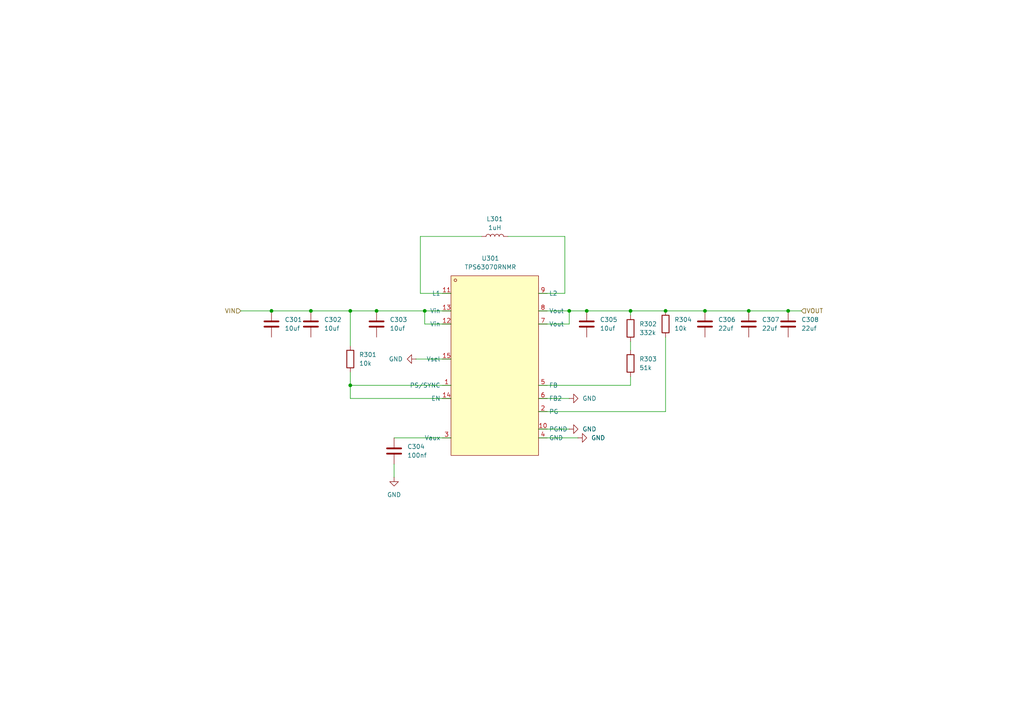
<source format=kicad_sch>
(kicad_sch (version 20231120) (generator "eeschema") (generator_version "8.0")
  (paper "A4")
  (lib_symbols
    (symbol "Device:C" (pin_numbers hide) (pin_names (offset 0.254))
      (property "Reference" "C" (at 0.635 2.54 0))
      (property "Value" "C" (at 0.635 -2.54 0))
      (symbol "C_0_1"
        (polyline (pts (xy -2.032 -0.762) (xy 2.032 -0.762)) (stroke (width 0.508)))
        (polyline (pts (xy -2.032 0.762) (xy 2.032 0.762)) (stroke (width 0.508)))
      )
      (symbol "C_1_1"
        (pin passive line (at 0 3.81 270) (length 2.794) (name "~") (number "1"))
        (pin passive line (at 0 -3.81 90) (length 2.794) (name "~") (number "2"))
      )
    )
    (symbol "Device:L" (pin_numbers hide) (pin_names (offset 1.016) hide)
      (property "Reference" "L" (at -1.27 0 90))
      (property "Value" "L" (at 1.905 0 90))
      (symbol "L_0_1"
        (arc (start 0 -2.54) (mid 0.6323 -1.905) (end 0 -1.27))
        (arc (start 0 -1.27) (mid 0.6323 -0.635) (end 0 0))
        (arc (start 0 0) (mid 0.6323 0.635) (end 0 1.27))
        (arc (start 0 1.27) (mid 0.6323 1.905) (end 0 2.54))
      )
      (symbol "L_1_1"
        (pin passive line (at 0 3.81 270) (length 1.27) (name "1") (number "1"))
        (pin passive line (at 0 -3.81 90) (length 1.27) (name "2") (number "2"))
      )
    )
    (symbol "Device:R" (pin_numbers hide) (pin_names (offset 0))
      (property "Reference" "R" (at 2.032 0 90))
      (property "Value" "R" (at 0 0 90))
      (symbol "R_0_1"
        (rectangle (start -1.016 -2.54) (end 1.016 2.54) (stroke (width 0.254)))
      )
      (symbol "R_1_1"
        (pin passive line (at 0 3.81 270) (length 1.27) (name "~") (number "1"))
        (pin passive line (at 0 -3.81 90) (length 1.27) (name "~") (number "2"))
      )
    )
    (symbol "easyeda2kicad:TPS63070RNMR"
      (property "Reference" "U" (at 0 15.748 0))
      (property "Value" "TPS63070RNMR" (at 0.254 12.954 0))
      (symbol "TPS63070RNMR_0_1"
        (rectangle (start -11.43 11.43) (end 13.97 -40.64) (fill (type background)))
        (circle (center -10.16 10.16) (radius 0.38))
        (pin input line (at -11.43 -20.32 180) (length 2.54) (name "PS/SYNC") (number "1"))
        (pin input line (at -11.43 -24.13 180) (length 2.54) (name "EN") (number "14"))
        (pin input line (at -11.43 -12.7 180) (length 2.54) (name "Vsel") (number "15"))
        (pin passive line (at -11.43 -35.56 180) (length 2.54) (name "Vaux") (number "3"))
        (pin power_in line (at 13.97 -35.56 0) (length 2.54) (name "GND") (number "4"))
      )
      (symbol "TPS63070RNMR_1_1"
        (pin power_in line (at 13.97 -33.02 0) (length 2.54) (name "PGND") (number "10"))
        (pin passive line (at -11.43 6.35 180) (length 2.54) (name "L1") (number "11"))
        (pin power_in line (at -11.43 -2.54 180) (length 2.54) (name "Vin") (number "12"))
        (pin power_in line (at -11.43 1.27 180) (length 2.54) (name "Vin") (number "13"))
        (pin open_collector line (at 13.97 -27.94 0) (length 2.54) (name "PG") (number "2"))
        (pin input line (at 13.97 -20.32 0) (length 2.54) (name "FB") (number "5"))
        (pin input line (at 13.97 -24.13 0) (length 2.54) (name "FB2") (number "6"))
        (pin power_out line (at 13.97 -2.54 0) (length 2.54) (name "Vout") (number "7"))
        (pin power_out line (at 13.97 1.27 0) (length 2.54) (name "Vout") (number "8"))
        (pin passive line (at 13.97 6.35 0) (length 2.54) (name "L2") (number "9"))
      )
    )
    (symbol "power:GND" (power) (pin_numbers hide) (pin_names (offset 0) hide)
      (property "Value" "GND" (at 0 -3.81 0))
      (symbol "GND_0_1"
        (polyline (pts (xy 0 0) (xy 0 -1.27) (xy 1.27 -1.27) (xy 0 -2.54) (xy -1.27 -1.27) (xy 0 -1.27)))
      )
      (symbol "GND_1_1"
        (pin power_in line (at 0 0 270) (length 0) (name "~") (number "1"))
      )
    )
  )
  (junction (at 228.6 90.17))
  (junction (at 101.6 90.17))
  (junction (at 182.88 90.17))
  (junction (at 101.6 111.76))
  (junction (at 123.19 90.17))
  (junction (at 204.47 90.17))
  (junction (at 90.17 90.17))
  (junction (at 217.17 90.17))
  (junction (at 78.74 90.17))
  (junction (at 165.1 90.17))
  (junction (at 109.22 90.17))
  (junction (at 193.04 90.17))
  (junction (at 170.18 90.17))
  (wire (pts (xy 147.32 68.58) (xy 163.83 68.58)))
  (wire (pts (xy 165.1 90.17) (xy 170.18 90.17)))
  (wire (pts (xy 123.19 90.17) (xy 130.81 90.17)))
  (wire (pts (xy 121.92 85.09) (xy 130.81 85.09)))
  (wire (pts (xy 123.19 90.17) (xy 123.19 93.98)))
  (wire (pts (xy 156.21 111.76) (xy 182.88 111.76)))
  (wire (pts (xy 120.65 104.14) (xy 130.81 104.14)))
  (wire (pts (xy 101.6 115.57) (xy 101.6 111.76)))
  (wire (pts (xy 69.85 90.17) (xy 78.74 90.17)))
  (wire (pts (xy 156.21 90.17) (xy 165.1 90.17)))
  (wire (pts (xy 217.17 90.17) (xy 228.6 90.17)))
  (wire (pts (xy 101.6 90.17) (xy 101.6 100.33)))
  (wire (pts (xy 109.22 90.17) (xy 123.19 90.17)))
  (wire (pts (xy 130.81 115.57) (xy 101.6 115.57)))
  (wire (pts (xy 156.21 127) (xy 167.64 127)))
  (wire (pts (xy 228.6 90.17) (xy 232.41 90.17)))
  (wire (pts (xy 193.04 119.38) (xy 156.21 119.38)))
  (wire (pts (xy 156.21 115.57) (xy 165.1 115.57)))
  (wire (pts (xy 156.21 85.09) (xy 163.83 85.09)))
  (wire (pts (xy 204.47 90.17) (xy 217.17 90.17)))
  (wire (pts (xy 170.18 90.17) (xy 182.88 90.17)))
  (wire (pts (xy 101.6 111.76) (xy 130.81 111.76)))
  (wire (pts (xy 121.92 68.58) (xy 121.92 85.09)))
  (wire (pts (xy 163.83 85.09) (xy 163.83 68.58)))
  (wire (pts (xy 156.21 93.98) (xy 165.1 93.98)))
  (wire (pts (xy 182.88 101.6) (xy 182.88 99.06)))
  (wire (pts (xy 182.88 90.17) (xy 193.04 90.17)))
  (wire (pts (xy 130.81 93.98) (xy 123.19 93.98)))
  (wire (pts (xy 90.17 90.17) (xy 101.6 90.17)))
  (wire (pts (xy 114.3 127) (xy 130.81 127)))
  (wire (pts (xy 193.04 90.17) (xy 204.47 90.17)))
  (wire (pts (xy 182.88 111.76) (xy 182.88 109.22)))
  (wire (pts (xy 182.88 91.44) (xy 182.88 90.17)))
  (wire (pts (xy 101.6 90.17) (xy 109.22 90.17)))
  (wire (pts (xy 114.3 134.62) (xy 114.3 138.43)))
  (wire (pts (xy 139.7 68.58) (xy 121.92 68.58)))
  (wire (pts (xy 156.21 124.46) (xy 165.1 124.46)))
  (wire (pts (xy 193.04 97.79) (xy 193.04 119.38)))
  (wire (pts (xy 101.6 107.95) (xy 101.6 111.76)))
  (wire (pts (xy 165.1 90.17) (xy 165.1 93.98)))
  (wire (pts (xy 78.74 90.17) (xy 90.17 90.17)))
  (hierarchical_label "VOUT" (shape input) (at 232.41 90.17 0))
  (hierarchical_label "VIN" (shape input) (at 69.85 90.17 180))
  (symbol (lib_id "Device:R") (at 182.88 105.41 0) (unit 1)
    (property "Reference" "R303" (at 185.42 104.1399 0) (effects (justify left)))
    (property "Value" "51k" (at 185.42 106.6799 0) (effects (justify left)))
    (property "Description" "Resistor" (effects (hide yes)))
  )
  (symbol (lib_id "power:GND") (at 167.64 127 90) (unit 1)
    (property "Reference" "#PWR0305" (effects (hide yes)))
    (property "Value" "GND" (at 171.45 126.9999 90) (effects (justify right)))
    (property "Description" "Power symbol creates a global label with name \"GND\" , ground" (effects (hide yes)))
  )
  (symbol (lib_id "Device:R") (at 193.04 93.98 0) (unit 1)
    (property "Reference" "R304" (at 195.58 92.7099 0) (effects (justify left)))
    (property "Value" "10k" (at 195.58 95.2499 0) (effects (justify left)))
    (property "Description" "Resistor" (effects (hide yes)))
  )
  (symbol (lib_id "easyeda2kicad:TPS63070RNMR") (at 142.24 91.44 0) (unit 1)
    (property "Reference" "U301" (at 142.24 74.93 0))
    (property "Value" "TPS63070RNMR" (at 142.24 77.47 0))
    (property "Footprint" "easyeda2kicad:VQFN-HR-15_L3.0-W2.5-P0.50-BL_TPS63070RNMR" (effects (hide yes)))
    (property "Datasheet" "https://lcsc.com/product-detail/DC-DC-Converters_TI_TPS63070RNMR_TPS63070RNMR_C109322.html" (effects (hide yes)))
    (property "LCSC Part" "C109322" (effects (hide yes)))
  )
  (symbol (lib_id "Device:L") (at 143.51 68.58 90) (unit 1)
    (property "Reference" "L301" (at 143.51 63.5 90))
    (property "Value" "1uH" (at 143.51 66.04 90))
    (property "Description" "Inductor" (effects (hide yes)))
  )
  (symbol (lib_id "Device:C") (at 90.17 93.98 0) (unit 1)
    (property "Reference" "C302" (at 93.98 92.7099 0) (effects (justify left)))
    (property "Value" "10uf" (at 93.98 95.2499 0) (effects (justify left)))
    (property "Description" "Unpolarized capacitor" (effects (hide yes)))
  )
  (symbol (lib_id "Device:R") (at 182.88 95.25 0) (unit 1)
    (property "Reference" "R302" (at 185.42 93.9799 0) (effects (justify left)))
    (property "Value" "332k" (at 185.42 96.5199 0) (effects (justify left)))
    (property "Description" "Resistor" (effects (hide yes)))
  )
  (symbol (lib_id "Device:C") (at 228.6 93.98 0) (unit 1)
    (property "Reference" "C308" (at 232.41 92.7099 0) (effects (justify left)))
    (property "Value" "22uf" (at 232.41 95.2499 0) (effects (justify left)))
    (property "Description" "Unpolarized capacitor" (effects (hide yes)))
  )
  (symbol (lib_id "Device:C") (at 170.18 93.98 0) (unit 1)
    (property "Reference" "C305" (at 173.99 92.7099 0) (effects (justify left)))
    (property "Value" "10uf" (at 173.99 95.2499 0) (effects (justify left)))
    (property "Description" "Unpolarized capacitor" (effects (hide yes)))
  )
  (symbol (lib_id "Device:C") (at 217.17 93.98 0) (unit 1)
    (property "Reference" "C307" (at 220.98 92.7099 0) (effects (justify left)))
    (property "Value" "22uf" (at 220.98 95.2499 0) (effects (justify left)))
    (property "Description" "Unpolarized capacitor" (effects (hide yes)))
  )
  (symbol (lib_id "Device:C") (at 78.74 93.98 0) (unit 1)
    (property "Reference" "C301" (at 82.55 92.7099 0) (effects (justify left)))
    (property "Value" "10uf" (at 82.55 95.2499 0) (effects (justify left)))
    (property "Description" "Unpolarized capacitor" (effects (hide yes)))
  )
  (symbol (lib_id "Device:C") (at 109.22 93.98 0) (unit 1)
    (property "Reference" "C303" (at 113.03 92.7099 0) (effects (justify left)))
    (property "Value" "10uf" (at 113.03 95.2499 0) (effects (justify left)))
    (property "Description" "Unpolarized capacitor" (effects (hide yes)))
  )
  (symbol (lib_id "power:GND") (at 120.65 104.14 270) (unit 1)
    (property "Reference" "#PWR0302" (effects (hide yes)))
    (property "Value" "GND" (at 116.84 104.1399 90) (effects (justify right)))
    (property "Description" "Power symbol creates a global label with name \"GND\" , ground" (effects (hide yes)))
  )
  (symbol (lib_id "power:GND") (at 165.1 124.46 90) (unit 1)
    (property "Reference" "#PWR0304" (effects (hide yes)))
    (property "Value" "GND" (at 168.91 124.4599 90) (effects (justify right)))
    (property "Description" "Power symbol creates a global label with name \"GND\" , ground" (effects (hide yes)))
  )
  (symbol (lib_id "power:GND") (at 165.1 115.57 90) (unit 1)
    (property "Reference" "#PWR0303" (effects (hide yes)))
    (property "Value" "GND" (at 168.91 115.5699 90) (effects (justify right)))
    (property "Description" "Power symbol creates a global label with name \"GND\" , ground" (effects (hide yes)))
  )
  (symbol (lib_id "Device:C") (at 114.3 130.81 0) (unit 1)
    (property "Reference" "C304" (at 118.11 129.5399 0) (effects (justify left)))
    (property "Value" "100nf" (at 118.11 132.0799 0) (effects (justify left)))
    (property "Description" "Unpolarized capacitor" (effects (hide yes)))
  )
  (symbol (lib_id "Device:C") (at 204.47 93.98 0) (unit 1)
    (property "Reference" "C306" (at 208.28 92.7099 0) (effects (justify left)))
    (property "Value" "22uf" (at 208.28 95.2499 0) (effects (justify left)))
    (property "Description" "Unpolarized capacitor" (effects (hide yes)))
  )
  (symbol (lib_id "Device:R") (at 101.6 104.14 0) (unit 1)
    (property "Reference" "R301" (at 104.14 102.8699 0) (effects (justify left)))
    (property "Value" "10k" (at 104.14 105.4099 0) (effects (justify left)))
    (property "Description" "Resistor" (effects (hide yes)))
  )
  (symbol (lib_id "power:GND") (at 114.3 138.43 0) (unit 1)
    (property "Reference" "#PWR0301" (effects (hide yes)))
    (property "Value" "GND" (at 114.3 143.51 0))
    (property "Description" "Power symbol creates a global label with name \"GND\" , ground" (effects (hide yes)))
  )
)
</source>
